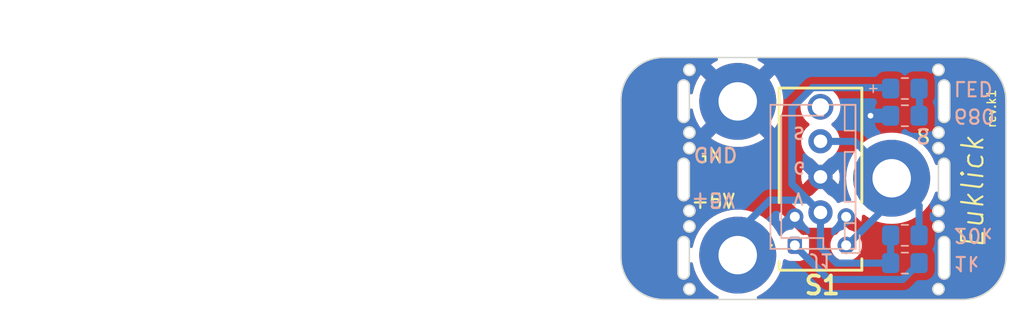
<source format=kicad_pcb>
(kicad_pcb (version 20221018) (generator pcbnew)
  (layers (0 "F.Cu" signal) (31 "B.Cu" signal) (34 "B.Paste" user) (35 "F.Paste" user) (36 "B.SilkS" user "B.Silkscreen") (37 "F.SilkS" user "F.Silkscreen") (38 "B.Mask" user) (39 "F.Mask" user) (44 "Edge.Cuts" user))
  (net 0 "")
  (net 1 "S")
  (net 2 "Net-(S1-A)")
  (net 4 "GND")
  (net 5 "+5V")
  (net 6 "Net-(D1-K)")
  (footprint "d2fp:D2FPFN2" (layer "F.Cu") (at 143.4 98.275 -90)
    (fp_text reference "S1" (at 2.815 -1.925) (layer "F.SilkS") (effects (font (size 1.27 1.27) (thickness 0.254))))
    (fp_text value "D2FP-FN2" hide)
    (fp_line (start -11.05 -4.7) (end -11.05 1.1) (stroke (width 0.2)) (layer "F.SilkS"))
    (fp_line (start -11.05 1.1) (end -3 1.1) (stroke (width 0.2)) (layer "F.SilkS"))
    (fp_line (start -3 -4.7) (end -11.05 -4.7) (stroke (width 0.2)) (layer "F.SilkS"))
    (fp_line (start 0 1.6) (end 0 1.6) (stroke (width 0.1)) (layer "F.SilkS"))
    (fp_line (start 0 1.7) (end 0 1.7) (stroke (width 0.1)) (layer "F.SilkS"))
    (fp_line (start 0.95 -4.7) (end 1.75 -4.7) (stroke (width 0.2)) (layer "F.SilkS"))
    (fp_line (start 1.75 -4.7) (end 1.75 1.1) (stroke (width 0.2)) (layer "F.SilkS"))
    (fp_line (start 1.75 1.1) (end 1.15 1.1) (stroke (width 0.2)) (layer "F.SilkS"))
    (fp_arc (start 0 1.6) (mid 0.05 1.65) (end 0 1.7) (stroke (width 0.1)) (layer "F.SilkS"))
    (fp_arc (start 0 1.7) (mid -0.05 1.65) (end 0 1.6) (stroke (width 0.1)) (layer "F.SilkS"))
    (pad "A1" thru_hole roundrect (at 0 0 270) (size 1.2 1) (drill 0.7) (layers "*.Cu" "*.Mask") (net 2 "Net-(S1-A)"))
    (pad "C1" thru_hole circle (at 0 -3.6 270) (size 1.2 1.2) (drill 0.7) (layers "*.Cu" "*.Mask") (net 1 "S"))
    (pad "E1" thru_hole circle (at -2 -3.6 270) (size 1.2 1.2) (drill 0.7) (layers "*.Cu" "*.Mask") (net 4 "GND"))
    (pad "K1" thru_hole circle (at -2 0 270) (size 1.2 1.2) (drill 0.7) (layers "*.Cu" "*.Mask") (net 4 "GND"))
    (pad "MH1" thru_hole circle (at -9.73 -1.8 270) (size 1.8 1.8) (drill 1.2) (layers "*.Cu" "*.Mask"))
  )
  (footprint "MountingHole:MountingHole_2.7mm_Pad" (layer "F.Cu") (at 150.195214 93.564214)
    (fp_text reference "H1" hide)
    (fp_text value "MountingHole_Pad")
    (pad "1" thru_hole circle (at 0 0) (size 5.4 5.4) (drill 2.7) (layers "*.Cu" "*.Mask") (net 1 "S"))
  )
  (footprint "MountingHole:MountingHole_2.7mm_Pad" (layer "F.Cu") (at 139.395214 98.964214)
    (fp_text reference "H2" hide)
    (fp_text value "MountingHole_Pad")
    (pad "1" thru_hole circle (at 0 0) (size 5.4 5.4) (drill 2.7) (layers "*.Cu" "*.Mask") (net 5 "+5V"))
  )
  (footprint "MountingHole:MountingHole_2.7mm_Pad" (layer "F.Cu") (at 139.395214 88.164214)
    (fp_text reference "H3" hide)
    (fp_text value "MountingHole_Pad")
    (pad "1" thru_hole circle (at 0 0) (size 5.4 5.4) (drill 2.7) (layers "*.Cu" "*.Mask") (net 4 "GND"))
  )
  (footprint "Resistor_SMD:R_0805_2012Metric_Pad1.20x1.40mm_HandSolder" (layer "B.Cu") (at 151.12 87.26 180)
    (fp_text reference "D1" hide)
    (fp_text value "LED")
    (fp_text user "LED" (at -4.8 0 180 unlocked) (layer "B.SilkS") (effects (justify mirror)))
    (fp_line (start -0.227064 -0.735) (end 0.227064 -0.735) (stroke (width 0.12)) (layer "B.SilkS"))
    (fp_line (start -0.227064 0.735) (end 0.227064 0.735) (stroke (width 0.12)) (layer "B.SilkS"))
    (fp_line (start 1.9625 0) (end 2.475 0) (stroke (width 0.1)) (layer "B.SilkS"))
    (fp_line (start 2.21875 0.25) (end 2.21875 -0.275) (stroke (width 0.1)) (layer "B.SilkS"))
    (pad "1" smd roundrect (at -1 0 180) (size 1.2 1.4) (layers "B.Cu" "B.Paste" "B.Mask") (roundrect_rratio 0.208333) (net 6 "Net-(D1-K)"))
    (pad "2" smd roundrect (at 1 0 180) (size 1.2 1.4) (layers "B.Cu" "B.Paste" "B.Mask") (roundrect_rratio 0.208333) (net 5 "+5V"))
  )
  (footprint "Connector_JST:JST_XH_B3B-XH-A_1x03_P2.50mm_Vertical" (layer "B.Cu") (at 145.2 95.965 90)
    (fp_text reference "J1" (at -3.4 0.05 180 unlocked) (layer "B.SilkS") (effects (justify mirror)))
    (fp_text value "B3B-XH-A_LF__SN_")
    (fp_text user "S" (at 5.6 -1.511904 180 unlocked) (layer "B.SilkS") (effects (font (size 0.8 0.8)) (justify mirror)))
    (fp_text user "G" (at 3.15 -1.492857 180 unlocked) (layer "B.SilkS") (effects (font (size 0.8 0.8)) (justify mirror)))
    (fp_text user "V" (at 0.975 -1.55 180 unlocked) (layer "B.SilkS") (effects (font (size 0.8 0.8)) (justify mirror)))
    (fp_line (start -2.85 2.75) (end -2.85 1.5) (stroke (width 0.12)) (layer "B.SilkS"))
    (fp_line (start -2.56 -3.51) (end 7.56 -3.51) (stroke (width 0.12)) (layer "B.SilkS"))
    (fp_line (start -2.56 2.46) (end -2.56 -3.51) (stroke (width 0.12)) (layer "B.SilkS"))
    (fp_line (start -2.55 0.2) (end -1.8 0.2) (stroke (width 0.12)) (layer "B.SilkS"))
    (fp_line (start -2.55 1.7) (end -0.75 1.7) (stroke (width 0.12)) (layer "B.SilkS"))
    (fp_line (start -2.55 2.45) (end -2.55 1.7) (stroke (width 0.12)) (layer "B.SilkS"))
    (fp_line (start -1.8 -2.75) (end 2.5 -2.75) (stroke (width 0.12)) (layer "B.SilkS"))
    (fp_line (start -1.8 0.2) (end -1.8 -2.75) (stroke (width 0.12)) (layer "B.SilkS"))
    (fp_line (start -1.6 2.75) (end -2.85 2.75) (stroke (width 0.12)) (layer "B.SilkS"))
    (fp_line (start -0.75 1.7) (end -0.75 2.45) (stroke (width 0.12)) (layer "B.SilkS"))
    (fp_line (start -0.75 2.45) (end -2.55 2.45) (stroke (width 0.12)) (layer "B.SilkS"))
    (fp_line (start 0.75 1.7) (end 4.25 1.7) (stroke (width 0.12)) (layer "B.SilkS"))
    (fp_line (start 0.75 2.45) (end 0.75 1.7) (stroke (width 0.12)) (layer "B.SilkS"))
    (fp_line (start 4.25 1.7) (end 4.25 2.45) (stroke (width 0.12)) (layer "B.SilkS"))
    (fp_line (start 4.25 2.45) (end 0.75 2.45) (stroke (width 0.12)) (layer "B.SilkS"))
    (fp_line (start 5.75 1.7) (end 7.55 1.7) (stroke (width 0.12)) (layer "B.SilkS"))
    (fp_line (start 5.75 2.45) (end 5.75 1.7) (stroke (width 0.12)) (layer "B.SilkS"))
    (fp_line (start 6.8 -2.75) (end 2.5 -2.75) (stroke (width 0.12)) (layer "B.SilkS"))
    (fp_line (start 6.8 0.2) (end 6.8 -2.75) (stroke (width 0.12)) (layer "B.SilkS"))
    (fp_line (start 7.55 0.2) (end 6.8 0.2) (stroke (width 0.12)) (layer "B.SilkS"))
    (fp_line (start 7.55 1.7) (end 7.55 2.45) (stroke (width 0.12)) (layer "B.SilkS"))
    (fp_line (start 7.55 2.45) (end 5.75 2.45) (stroke (width 0.12)) (layer "B.SilkS"))
    (fp_line (start 7.56 -3.51) (end 7.56 2.46) (stroke (width 0.12)) (layer "B.SilkS"))
    (fp_line (start 7.56 2.46) (end -2.56 2.46) (stroke (width 0.12)) (layer "B.SilkS"))
    (pad "1" thru_hole circle (at 0 0 90) (size 1.7 1.7) (drill 0.95) (layers "*.Cu" "*.Mask") (net 5 "+5V"))
    (pad "2" thru_hole circle (at 2.5 0 90) (size 1.7 1.7) (drill 0.95) (layers "*.Cu" "*.Mask") (net 4 "GND"))
    (pad "3" thru_hole circle (at 5 0 90) (size 1.7 1.7) (drill 0.95) (layers "*.Cu" "*.Mask") (net 1 "S"))
  )
  (footprint "Resistor_SMD:R_0805_2012Metric_Pad1.20x1.40mm_HandSolder" (layer "B.Cu") (at 151.12 99.525)
    (fp_text reference "R3" hide)
    (fp_text value "1k" (at 4.32381 0.025 180 unlocked) (layer "B.SilkS") (effects (justify mirror)))
    (fp_line (start -0.227064 -0.735) (end 0.227064 -0.735) (stroke (width 0.12)) (layer "B.SilkS"))
    (fp_line (start -0.227064 0.735) (end 0.227064 0.735) (stroke (width 0.12)) (layer "B.SilkS"))
    (pad "1" smd roundrect (at -1 0) (size 1.2 1.4) (layers "B.Cu" "B.Paste" "B.Mask") (roundrect_rratio 0.2083333333) (net 5 "+5V"))
    (pad "2" smd roundrect (at 1 0) (size 1.2 1.4) (layers "B.Cu" "B.Paste" "B.Mask") (roundrect_rratio 0.2083333333) (net 2 "Net-(S1-A)"))
  )
  (footprint "Resistor_SMD:R_0805_2012Metric_Pad1.20x1.40mm_HandSolder" (layer "B.Cu") (at 151.12 97.575 180)
    (fp_text reference "R4" hide)
    (fp_text value "20k" (at -4.8 0 180 unlocked) (layer "B.SilkS") (effects (justify mirror)))
    (fp_line (start -0.227064 -0.735) (end 0.227064 -0.735) (stroke (width 0.12)) (layer "B.SilkS"))
    (fp_line (start -0.227064 0.735) (end 0.227064 0.735) (stroke (width 0.12)) (layer "B.SilkS"))
    (pad "1" smd roundrect (at -1 0 180) (size 1.2 1.4) (layers "B.Cu" "B.Paste" "B.Mask") (roundrect_rratio 0.2083333333) (net 1 "S"))
    (pad "2" smd roundrect (at 1 0 180) (size 1.2 1.4) (layers "B.Cu" "B.Paste" "B.Mask") (roundrect_rratio 0.2083333333) (net 5 "+5V"))
  )
  (footprint "Resistor_SMD:R_0805_2012Metric_Pad1.20x1.40mm_HandSolder" (layer "B.Cu") (at 151.12 89.17 180)
    (fp_text reference "R1" hide)
    (fp_text value "680")
    (fp_text user "680" (at -4.871429 -0.02 180 unlocked) (layer "B.SilkS") (effects (justify mirror)))
    (fp_line (start -0.227064 -0.735) (end 0.227064 -0.735) (stroke (width 0.12)) (layer "B.SilkS"))
    (fp_line (start -0.227064 0.735) (end 0.227064 0.735) (stroke (width 0.12)) (layer "B.SilkS"))
    (pad "1" smd roundrect (at -1 0 180) (size 1.2 1.4) (layers "B.Cu" "B.Paste" "B.Mask") (roundrect_rratio 0.2083333333) (net 6 "Net-(D1-K)"))
    (pad "2" smd roundrect (at 1 0 180) (size 1.2 1.4) (layers "B.Cu" "B.Paste" "B.Mask") (roundrect_rratio 0.2083333333) (net 4 "GND"))
  )
  (gr_line (start 153.474876 94.75) (end 153.474876 92.55) (stroke (width 0.1)) (layer "Edge.Cuts"))
  (gr_circle (center 153.475 95.85) (end 153.465 95.45) (stroke (width 0.1)) (fill none) (layer "Edge.Cuts"))
  (gr_line (start 154.275124 89.25) (end 154.275124 87.05) (stroke (width 0.1)) (layer "Edge.Cuts"))
  (gr_arc (start 153.474876 92.55) (mid 153.875 92.149876) (end 154.275124 92.55) (stroke (width 0.1)) (layer "Edge.Cuts"))
  (gr_line (start 131.205 99.08) (end 131.205 88.08) (stroke (width 0.1)) (layer "Edge.Cuts"))
  (gr_circle (center 153.475 90.35) (end 153.465 89.95) (stroke (width 0.1)) (fill none) (layer "Edge.Cuts"))
  (gr_arc (start 134.205 102.08) (mid 132.08368 101.20132) (end 131.205 99.08) (stroke (width 0.1)) (layer "Edge.Cuts"))
  (gr_line (start 136.005 89.25) (end 136.005 87.05) (stroke (width 0.1)) (layer "Edge.Cuts"))
  (gr_line (start 135.204752 94.75) (end 135.204752 92.55) (stroke (width 0.1)) (layer "Edge.Cuts"))
  (gr_circle (center 136.004876 101.35) (end 135.994876 100.95) (stroke (width 0.1)) (fill none) (layer "Edge.Cuts"))
  (gr_arc (start 154.275124 100.25) (mid 153.875 100.650124) (end 153.474876 100.25) (stroke (width 0.1)) (layer "Edge.Cuts"))
  (gr_line (start 135.204752 89.25) (end 135.204752 87.05) (stroke (width 0.1)) (layer "Edge.Cuts"))
  (gr_line (start 158.205 88.08) (end 158.205 99.08) (stroke (width 0.1)) (layer "Edge.Cuts"))
  (gr_circle (center 136.004876 90.35) (end 135.994876 89.95) (stroke (width 0.1)) (fill none) (layer "Edge.Cuts"))
  (gr_arc (start 154.275124 94.75) (mid 153.875 95.150124) (end 153.474876 94.75) (stroke (width 0.1)) (layer "Edge.Cuts"))
  (gr_line (start 154.275124 94.75) (end 154.275124 92.55) (stroke (width 0.1)) (layer "Edge.Cuts"))
  (gr_arc (start 136.005 89.25) (mid 135.604876 89.650124) (end 135.204752 89.25) (stroke (width 0.1)) (layer "Edge.Cuts"))
  (gr_line (start 135.204752 100.25) (end 135.204752 98.05) (stroke (width 0.1)) (layer "Edge.Cuts"))
  (gr_line (start 153.474876 100.25) (end 153.474876 98.05) (stroke (width 0.1)) (layer "Edge.Cuts"))
  (gr_arc (start 131.205 88.08) (mid 132.08368 85.95868) (end 134.205 85.08) (stroke (width 0.1)) (layer "Edge.Cuts"))
  (gr_arc (start 153.474876 87.05) (mid 153.875 86.649876) (end 154.275124 87.05) (stroke (width 0.1)) (layer "Edge.Cuts"))
  (gr_circle (center 136.004876 96.95) (end 135.994876 96.55) (stroke (width 0.1)) (fill none) (layer "Edge.Cuts"))
  (gr_line (start 153.474876 89.25) (end 153.474876 87.05) (stroke (width 0.1)) (layer "Edge.Cuts"))
  (gr_line (start 136.005 94.75) (end 136.005 92.55) (stroke (width 0.1)) (layer "Edge.Cuts"))
  (gr_arc (start 135.204752 98.05) (mid 135.604876 97.649876) (end 136.005 98.05) (stroke (width 0.1)) (layer "Edge.Cuts"))
  (gr_arc (start 136.005 94.75) (mid 135.604876 95.150124) (end 135.204752 94.75) (stroke (width 0.1)) (layer "Edge.Cuts"))
  (gr_line (start 154.275124 100.25) (end 154.275124 98.05) (stroke (width 0.1)) (layer "Edge.Cuts"))
  (gr_arc (start 153.474876 98.05) (mid 153.875 97.649876) (end 154.275124 98.05) (stroke (width 0.1)) (layer "Edge.Cuts"))
  (gr_line (start 136.005 100.25) (end 136.005 98.05) (stroke (width 0.1)) (layer "Edge.Cuts"))
  (gr_arc (start 158.205 99.08) (mid 157.32632 101.20132) (end 155.205 102.08) (stroke (width 0.1)) (layer "Edge.Cuts"))
  (gr_circle (center 153.475 85.95) (end 153.465 85.55) (stroke (width 0.1)) (fill none) (layer "Edge.Cuts"))
  (gr_circle (center 136.004876 85.95) (end 135.994876 85.55) (stroke (width 0.1)) (fill none) (layer "Edge.Cuts"))
  (gr_arc (start 135.204752 92.55) (mid 135.604876 92.149876) (end 136.005 92.55) (stroke (width 0.1)) (layer "Edge.Cuts"))
  (gr_circle (center 136.004876 91.45) (end 135.994876 91.05) (stroke (width 0.1)) (fill none) (layer "Edge.Cuts"))
  (gr_circle (center 153.475 101.35) (end 153.465 100.95) (stroke (width 0.1)) (fill none) (layer "Edge.Cuts"))
  (gr_line (start 155.205 102.08) (end 134.205 102.08) (stroke (width 0.1)) (layer "Edge.Cuts"))
  (gr_line (start 134.205 85.08) (end 155.205 85.08) (stroke (width 0.1)) (layer "Edge.Cuts"))
  (gr_arc (start 136.005 100.25) (mid 135.604876 100.650124) (end 135.204752 100.25) (stroke (width 0.1)) (layer "Edge.Cuts"))
  (gr_circle (center 153.475 91.45) (end 153.465 91.05) (stroke (width 0.1)) (fill none) (layer "Edge.Cuts"))
  (gr_arc (start 135.204752 87.05) (mid 135.604876 86.649876) (end 136.005 87.05) (stroke (width 0.1)) (layer "Edge.Cuts"))
  (gr_circle (center 153.475 96.95) (end 153.465 96.55) (stroke (width 0.1)) (fill none) (layer "Edge.Cuts"))
  (gr_arc (start 154.275124 89.25) (mid 153.875 89.650124) (end 153.474876 89.25) (stroke (width 0.1)) (layer "Edge.Cuts"))
  (gr_arc (start 155.205 85.08) (mid 157.32632 85.95868) (end 158.205 88.08) (stroke (width 0.1)) (layer "Edge.Cuts"))
  (gr_circle (center 136.004876 95.85) (end 135.994876 95.45) (stroke (width 0.1)) (fill none) (layer "Edge.Cuts"))
  (gr_text "GND" (at 136.21 91.29 180) (layer "B.SilkS") (effects (font (size 1 1)) (justify left bottom mirror)))
  (gr_text "S" (at 152.96 91.25) (layer "B.SilkS") (effects (font (size 1 1)) (justify left bottom mirror)))
  (gr_text "+5V" (at 136.05 94.5 180) (layer "B.SilkS") (effects (font (size 1 1)) (justify left bottom mirror)))
  (gr_text "rev.k1" (at 157.2 88.675 90) (layer "F.SilkS") (effects (font (size 0.6 0.6) (thickness 0.1))))
  (gr_text "GND" (at 136.22 92.575) (layer "F.SilkS") (effects (font (size 1 1)) (justify left bottom)))
  (gr_text "+5V" (at 136.05 95.775) (layer "F.SilkS") (effects (font (size 1 1)) (justify left bottom)))
  (gr_text "S" (at 151.86 91.25) (layer "F.SilkS") (effects (font (size 1 1)) (justify left bottom)))
  (gr_text "Euklick" (at 155.875 98.575 90) (layer "F.SilkS") (effects (font (size 1.5 1.5) (thickness 0.15) italic) (justify left)))
  (segment (start 150.095 93.57) (end 150.095 95.54) (width 1) (layer "F.Cu") (net 1))
  (segment (start 150.195214 94.714786) (end 150.195214 93.564214) (width 0.5) (layer "F.Cu") (net 1))
  (segment (start 150.095 93.57) (end 150.095 93.555) (width 1) (layer "F.Cu") (net 1))
  (segment (start 150.195214 93.564214) (end 147.606 90.975) (width 0.5) (layer "B.Cu") (net 1))
  (segment (start 147.606 90.975) (end 144.825 90.975) (width 0.5) (layer "B.Cu") (net 1))
  (segment (start 147 98.275) (end 147.075 98.275) (width 0.5) (layer "B.Cu") (net 1))
  (segment (start 147.075 98.275) (end 150.195214 95.154786) (width 0.5) (layer "B.Cu") (net 1))
  (segment (start 152.12 95.489) (end 150.195214 93.564214) (width 0.5) (layer "B.Cu") (net 1))
  (segment (start 152.12 97.575) (end 152.12 95.489) (width 0.5) (layer "B.Cu") (net 1))
  (segment (start 150.195214 95.154786) (end 150.195214 93.564214) (width 0.5) (layer "B.Cu") (net 1))
  (segment (start 150.97 100.675) (end 145.775 100.675) (width 0.5) (layer "B.Cu") (net 2))
  (segment (start 145.775 100.675) (end 143.4 98.3) (width 0.5) (layer "B.Cu") (net 2))
  (segment (start 152.12 99.525) (end 150.97 100.675) (width 0.5) (layer "B.Cu") (net 2))
  (segment (start 143.4 98.3) (end 143.4 98.275) (width 0.5) (layer "B.Cu") (net 2))
  (segment (start 139.615 88.49) (end 139.295 88.17) (width 0.25) (layer "F.Cu") (net 4))
  (segment (start 139.48 88.32) (end 139.455 88.32) (width 1) (layer "F.Cu") (net 4))
  (segment (start 146.945051 96.414949) (end 147.075 96.285) (width 0.5) (layer "F.Cu") (net 4))
  (segment (start 143.4 96.685051) (end 143.4 96.275) (width 0.5) (layer "F.Cu") (net 4))
  (segment (start 140.439214 88.164214) (end 139.395214 88.164214) (width 0.5) (layer "F.Cu") (net 4))
  (segment (start 139.899214 88.164214) (end 139.395214 88.164214) (width 0.5) (layer "F.Cu") (net 4))
  (segment (start 146.187424 97.292525) (end 144.007474 97.292525) (width 0.5) (layer "F.Cu") (net 4))
  (segment (start 147 96.479949) (end 146.187424 97.292525) (width 0.5) (layer "F.Cu") (net 4))
  (segment (start 144.007474 97.292525) (end 143.4 96.685051) (width 0.5) (layer "F.Cu") (net 4))
  (segment (start 147 96.275) (end 147 96.479949) (width 0.5) (layer "F.Cu") (net 4))
  (via (at 148.71 89.17) (size 0.8) (drill 0.4) (layers "F.Cu" "B.Cu") (net 4))
  (segment (start 139.605214 88.374214) (end 139.395214 88.164214) (width 0.25) (layer "B.Cu") (net 4))
  (segment (start 148.71 89.17) (end 150.15 89.17) (width 0.5) (layer "B.Cu") (net 4))
  (segment (start 140.791 100.5) (end 139.291 99) (width 0.25) (layer "F.Cu") (net 5))
  (segment (start 139.295 98.97) (end 139.85 98.415) (width 1) (layer "F.Cu") (net 5))
  (segment (start 141.031 100.6) (end 139.395214 98.964214) (width 0.5) (layer "F.Cu") (net 5))
  (segment (start 140.895214 100.464214) (end 139.395214 98.964214) (width 0.25) (layer "F.Cu") (net 5))
  (segment (start 150.12 99.525) (end 150.12 97.575) (width 0.5) (layer "B.Cu") (net 5))
  (segment (start 137.739214 97.308214) (end 139.395214 98.964214) (width 0.25) (layer "B.Cu") (net 5))
  (segment (start 150.12 99.525) (end 146.325 99.525) (width 0.5) (layer "B.Cu") (net 5))
  (segment (start 145.2 95.965) (end 144.335 95.1) (width 0.5) (layer "B.Cu") (net 5))
  (segment (start 141.65 95.1) (end 139.395214 97.354786) (width 0.5) (layer "B.Cu") (net 5))
  (segment (start 144.335 95.1) (end 141.65 95.1) (width 0.5) (layer "B.Cu") (net 5))
  (segment (start 145.2 98.4) (end 145.2 95.965) (width 0.5) (layer "B.Cu") (net 5))
  (segment (start 139.395214 97.354786) (end 139.395214 98.964214) (width 0.5) (layer "B.Cu") (net 5))
  (segment (start 144.640811 87.195) (end 143.2 88.635811) (width 0.5) (layer "B.Cu") (net 5))
  (segment (start 150.12 87.26) (end 150.055 87.195) (width 0.5) (layer "B.Cu") (net 5))
  (segment (start 150.055 87.195) (end 144.640811 87.195) (width 0.5) (layer "B.Cu") (net 5))
  (segment (start 143.2 88.635811) (end 143.2 93.965) (width 0.5) (layer "B.Cu") (net 5))
  (segment (start 143.2 93.965) (end 145.2 95.965) (width 0.5) (layer "B.Cu") (net 5))
  (segment (start 139.395214 98.964214) (end 140.789214 97.570214) (width 0.25) (layer "B.Cu") (net 5))
  (segment (start 146.325 99.525) (end 145.2 98.4) (width 0.5) (layer "B.Cu") (net 5))
  (segment (start 152.15 87.29) (end 152.12 87.26) (width 0.5) (layer "B.Cu") (net 6))
  (segment (start 152.15 89.17) (end 152.15 87.29) (width 0.5) (layer "B.Cu") (net 6))
  (zone (net 4) (net_name "GND") (layer "F.Cu") (connect_pads (clearance 0.5)) (min_thickness 0.25) (fill yes (thermal_gap 0.5) (thermal_bridge_width 1))
    (polygon (pts (xy 130.325 84.4) (xy 159.4 84.425) (xy 159.5 102.65) (xy 130.375 102.725)))
  )
  (zone (net 4) (net_name "GND") (layer "B.Cu") (priority 1) (connect_pads (clearance 0.5)) (min_thickness 0.25) (fill yes (thermal_gap 0.5) (thermal_bridge_width 1))
    (polygon (pts (xy 130.35 84.4) (xy 159.375 84.4) (xy 159.5 102.65) (xy 130.375 102.775)))
  )
)
</source>
